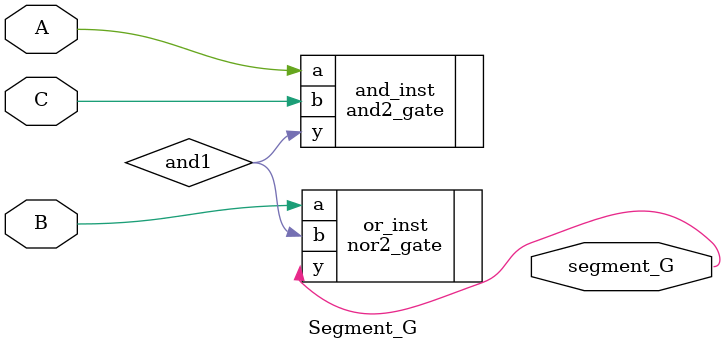
<source format=sv>
module Segment_G (
    input wire A, // Entrada A
    input wire B, // Entrada B
    input wire C, // Entrada C
    output wire segment_G // Salida para el segmento G del display de 7 segmentos
);

    wire and1;
    
    // Compuerta AND de 2 entradas para A y C
    and2_gate and_inst (
        .a(A),
        .b(C),
        .y(and1)
    );

    // Compuerta OR de 2 entradas para combinar B y la salida de la compuerta AND
    nor2_gate or_inst (
        .a(B),
        .b(and1),
        .y(segment_G) // Salida para el segmento G
    );

endmodule

</source>
